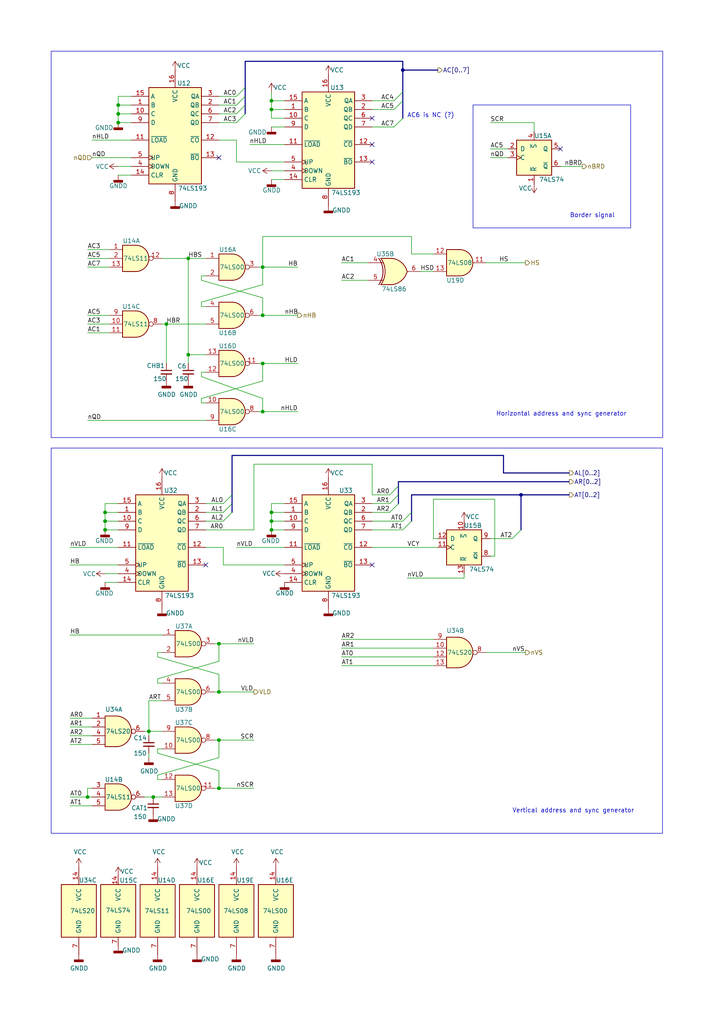
<source format=kicad_sch>
(kicad_sch (version 20230121) (generator eeschema)
  (paper "A4" portrait)
  (lib_symbols
    (symbol "74xx:74LS00" (pin_names (offset 1.016))
      (property "Reference" "U" (at 0 1.27 0))
      (property "Value" "74LS00" (at 0 -1.27 0))
      (symbol "74LS00_1_1"
        (pin input line (at -7.62 2.54 0) (length 3.81) (name "~") (number "1"))
        (pin input line (at -7.62 -2.54 0) (length 3.81) (name "~") (number "2"))
        (pin output inverted (at 7.62 0 180) (length 3.81) (name "~") (number "3"))
      )
      (symbol "74LS00_1_2"
        (pin input inverted (at -7.62 2.54 0) (length 4.318) (name "~") (number "1"))
        (pin input inverted (at -7.62 -2.54 0) (length 4.318) (name "~") (number "2"))
        (pin output line (at 7.62 0 180) (length 3.81) (name "~") (number "3"))
      )
      (symbol "74LS00_2_1"
        (pin input line (at -7.62 2.54 0) (length 3.81) (name "~") (number "4"))
        (pin input line (at -7.62 -2.54 0) (length 3.81) (name "~") (number "5"))
        (pin output inverted (at 7.62 0 180) (length 3.81) (name "~") (number "6"))
      )
      (symbol "74LS00_2_2"
        (pin input inverted (at -7.62 2.54 0) (length 4.318) (name "~") (number "4"))
        (pin input inverted (at -7.62 -2.54 0) (length 4.318) (name "~") (number "5"))
        (pin output line (at 7.62 0 180) (length 3.81) (name "~") (number "6"))
      )
      (symbol "74LS00_3_1"
        (pin input line (at -7.62 -2.54 0) (length 3.81) (name "~") (number "10"))
        (pin output inverted (at 7.62 0 180) (length 3.81) (name "~") (number "8"))
        (pin input line (at -7.62 2.54 0) (length 3.81) (name "~") (number "9"))
      )
      (symbol "74LS00_3_2"
        (pin input inverted (at -7.62 -2.54 0) (length 4.318) (name "~") (number "10"))
        (pin output line (at 7.62 0 180) (length 3.81) (name "~") (number "8"))
        (pin input inverted (at -7.62 2.54 0) (length 4.318) (name "~") (number "9"))
      )
      (symbol "74LS00_4_1"
        (pin output inverted (at 7.62 0 180) (length 3.81) (name "~") (number "11"))
        (pin input line (at -7.62 2.54 0) (length 3.81) (name "~") (number "12"))
        (pin input line (at -7.62 -2.54 0) (length 3.81) (name "~") (number "13"))
      )
      (symbol "74LS00_4_2"
        (pin output line (at 7.62 0 180) (length 3.81) (name "~") (number "11"))
        (pin input inverted (at -7.62 2.54 0) (length 4.318) (name "~") (number "12"))
        (pin input inverted (at -7.62 -2.54 0) (length 4.318) (name "~") (number "13"))
      )
      (symbol "74LS00_5_0"
        (pin power_in line (at 0 12.7 270) (length 5.08) (name "VCC") (number "14"))
        (pin power_in line (at 0 -12.7 90) (length 5.08) (name "GND") (number "7"))
      )
    )
    (symbol "74xx:74LS08" (pin_names (offset 1.016))
      (property "Reference" "U" (at 0 1.27 0))
      (property "Value" "74LS08" (at 0 -1.27 0))
      (symbol "74LS08_1_1"
        (pin input line (at -7.62 2.54 0) (length 3.81) (name "~") (number "1"))
        (pin input line (at -7.62 -2.54 0) (length 3.81) (name "~") (number "2"))
        (pin output line (at 7.62 0 180) (length 3.81) (name "~") (number "3"))
      )
      (symbol "74LS08_1_2"
        (pin input inverted (at -7.62 2.54 0) (length 4.318) (name "~") (number "1"))
        (pin input inverted (at -7.62 -2.54 0) (length 4.318) (name "~") (number "2"))
        (pin output inverted (at 7.62 0 180) (length 3.81) (name "~") (number "3"))
      )
      (symbol "74LS08_2_1"
        (pin input line (at -7.62 2.54 0) (length 3.81) (name "~") (number "4"))
        (pin input line (at -7.62 -2.54 0) (length 3.81) (name "~") (number "5"))
        (pin output line (at 7.62 0 180) (length 3.81) (name "~") (number "6"))
      )
      (symbol "74LS08_2_2"
        (pin input inverted (at -7.62 2.54 0) (length 4.318) (name "~") (number "4"))
        (pin input inverted (at -7.62 -2.54 0) (length 4.318) (name "~") (number "5"))
        (pin output inverted (at 7.62 0 180) (length 3.81) (name "~") (number "6"))
      )
      (symbol "74LS08_3_1"
        (pin input line (at -7.62 -2.54 0) (length 3.81) (name "~") (number "10"))
        (pin output line (at 7.62 0 180) (length 3.81) (name "~") (number "8"))
        (pin input line (at -7.62 2.54 0) (length 3.81) (name "~") (number "9"))
      )
      (symbol "74LS08_3_2"
        (pin input inverted (at -7.62 -2.54 0) (length 4.318) (name "~") (number "10"))
        (pin output inverted (at 7.62 0 180) (length 3.81) (name "~") (number "8"))
        (pin input inverted (at -7.62 2.54 0) (length 4.318) (name "~") (number "9"))
      )
      (symbol "74LS08_4_1"
        (pin output line (at 7.62 0 180) (length 3.81) (name "~") (number "11"))
        (pin input line (at -7.62 2.54 0) (length 3.81) (name "~") (number "12"))
        (pin input line (at -7.62 -2.54 0) (length 3.81) (name "~") (number "13"))
      )
      (symbol "74LS08_4_2"
        (pin output inverted (at 7.62 0 180) (length 3.81) (name "~") (number "11"))
        (pin input inverted (at -7.62 2.54 0) (length 4.318) (name "~") (number "12"))
        (pin input inverted (at -7.62 -2.54 0) (length 4.318) (name "~") (number "13"))
      )
      (symbol "74LS08_5_0"
        (pin power_in line (at 0 12.7 270) (length 5.08) (name "VCC") (number "14"))
        (pin power_in line (at 0 -12.7 90) (length 5.08) (name "GND") (number "7"))
      )
    )
    (symbol "74xx:74LS10" (pin_names (offset 1.016))
      (property "Reference" "U" (at 0 1.27 0))
      (property "Value" "74LS10" (at 0 -1.27 0))
      (symbol "74LS10_1_1"
        (pin input line (at -7.62 2.54 0) (length 3.81) (name "~") (number "1"))
        (pin output inverted (at 7.62 0 180) (length 3.81) (name "~") (number "12"))
        (pin input line (at -7.62 -2.54 0) (length 3.81) (name "~") (number "13"))
        (pin input line (at -7.62 0 0) (length 3.81) (name "~") (number "2"))
      )
      (symbol "74LS10_1_2"
        (pin input inverted (at -7.62 2.54 0) (length 4.318) (name "~") (number "1"))
        (pin output line (at 7.62 0 180) (length 3.81) (name "~") (number "12"))
        (pin input inverted (at -7.62 -2.54 0) (length 4.318) (name "~") (number "13"))
        (pin input inverted (at -7.62 0 0) (length 4.953) (name "~") (number "2"))
      )
      (symbol "74LS10_2_1"
        (pin input line (at -7.62 2.54 0) (length 3.81) (name "~") (number "3"))
        (pin input line (at -7.62 0 0) (length 3.81) (name "~") (number "4"))
        (pin input line (at -7.62 -2.54 0) (length 3.81) (name "~") (number "5"))
        (pin output inverted (at 7.62 0 180) (length 3.81) (name "~") (number "6"))
      )
      (symbol "74LS10_2_2"
        (pin input inverted (at -7.62 2.54 0) (length 4.318) (name "~") (number "3"))
        (pin input inverted (at -7.62 0 0) (length 4.953) (name "~") (number "4"))
        (pin input inverted (at -7.62 -2.54 0) (length 4.318) (name "~") (number "5"))
        (pin output line (at 7.62 0 180) (length 3.81) (name "~") (number "6"))
      )
      (symbol "74LS10_3_1"
        (pin input line (at -7.62 0 0) (length 3.81) (name "~") (number "10"))
        (pin input line (at -7.62 -2.54 0) (length 3.81) (name "~") (number "11"))
        (pin output inverted (at 7.62 0 180) (length 3.81) (name "~") (number "8"))
        (pin input line (at -7.62 2.54 0) (length 3.81) (name "~") (number "9"))
      )
      (symbol "74LS10_3_2"
        (pin input inverted (at -7.62 0 0) (length 4.953) (name "~") (number "10"))
        (pin input inverted (at -7.62 -2.54 0) (length 4.318) (name "~") (number "11"))
        (pin output line (at 7.62 0 180) (length 3.81) (name "~") (number "8"))
        (pin input inverted (at -7.62 2.54 0) (length 4.318) (name "~") (number "9"))
      )
      (symbol "74LS10_4_0"
        (pin power_in line (at 0 12.7 270) (length 5.08) (name "VCC") (number "14"))
        (pin power_in line (at 0 -12.7 90) (length 5.08) (name "GND") (number "7"))
      )
    )
    (symbol "74xx:74LS193"
      (property "Reference" "U" (at -7.62 13.97 0))
      (property "Value" "74LS193" (at 5.08 13.97 0))
      (symbol "74LS193_1_0"
        (pin input line (at -12.7 7.62 0) (length 5.08) (name "B") (number "1"))
        (pin input line (at -12.7 5.08 0) (length 5.08) (name "C") (number "10"))
        (pin input line (at -12.7 -2.54 0) (length 5.08) (name "~{LOAD}") (number "11"))
        (pin output line (at 12.7 -2.54 180) (length 5.08) (name "~{CO}") (number "12"))
        (pin output line (at 12.7 -7.62 180) (length 5.08) (name "~{BO}") (number "13"))
        (pin input line (at -12.7 -12.7 0) (length 5.08) (name "CLR") (number "14"))
        (pin input line (at -12.7 10.16 0) (length 5.08) (name "A") (number "15"))
        (pin power_in line (at 0 17.78 270) (length 5.08) (name "VCC") (number "16"))
        (pin output line (at 12.7 7.62 180) (length 5.08) (name "QB") (number "2"))
        (pin output line (at 12.7 10.16 180) (length 5.08) (name "QA") (number "3"))
        (pin input clock (at -12.7 -10.16 0) (length 5.08) (name "DOWN") (number "4"))
        (pin input clock (at -12.7 -7.62 0) (length 5.08) (name "UP") (number "5"))
        (pin output line (at 12.7 5.08 180) (length 5.08) (name "QC") (number "6"))
        (pin output line (at 12.7 2.54 180) (length 5.08) (name "QD") (number "7"))
        (pin power_in line (at 0 -20.32 90) (length 5.08) (name "GND") (number "8"))
        (pin input line (at -12.7 2.54 0) (length 5.08) (name "D") (number "9"))
      )
    )
    (symbol "74xx:74LS20" (pin_names (offset 1.016))
      (property "Reference" "U" (at 0 1.27 0))
      (property "Value" "74LS20" (at 0 -1.27 0))
      (symbol "74LS20_1_1"
        (pin input line (at -7.62 3.81 0) (length 3.81) (name "~") (number "1"))
        (pin input line (at -7.62 1.27 0) (length 3.81) (name "~") (number "2"))
        (pin input line (at -7.62 -1.27 0) (length 3.81) (name "~") (number "4"))
        (pin input line (at -7.62 -3.81 0) (length 3.81) (name "~") (number "5"))
        (pin output inverted (at 7.62 0 180) (length 3.81) (name "~") (number "6"))
      )
      (symbol "74LS20_1_2"
        (pin input inverted (at -7.62 3.81 0) (length 3.81) (name "~") (number "1"))
        (pin input inverted (at -7.62 1.27 0) (length 4.826) (name "~") (number "2"))
        (pin input inverted (at -7.62 -1.27 0) (length 4.826) (name "~") (number "4"))
        (pin input inverted (at -7.62 -3.81 0) (length 3.81) (name "~") (number "5"))
        (pin output line (at 7.62 0 180) (length 3.81) (name "~") (number "6"))
      )
      (symbol "74LS20_2_1"
        (pin input line (at -7.62 1.27 0) (length 3.81) (name "~") (number "10"))
        (pin input line (at -7.62 -1.27 0) (length 3.81) (name "~") (number "12"))
        (pin input line (at -7.62 -3.81 0) (length 3.81) (name "~") (number "13"))
        (pin output inverted (at 7.62 0 180) (length 3.81) (name "~") (number "8"))
        (pin input line (at -7.62 3.81 0) (length 3.81) (name "~") (number "9"))
      )
      (symbol "74LS20_2_2"
        (pin input inverted (at -7.62 1.27 0) (length 4.826) (name "~") (number "10"))
        (pin input inverted (at -7.62 -1.27 0) (length 4.826) (name "~") (number "12"))
        (pin input inverted (at -7.62 -3.81 0) (length 3.81) (name "~") (number "13"))
        (pin output line (at 7.62 0 180) (length 3.81) (name "~") (number "8"))
        (pin input inverted (at -7.62 3.81 0) (length 3.81) (name "~") (number "9"))
      )
      (symbol "74LS20_3_0"
        (pin power_in line (at 0 12.7 270) (length 5.08) (name "VCC") (number "14"))
        (pin power_in line (at 0 -12.7 90) (length 5.08) (name "GND") (number "7"))
      )
    )
    (symbol "74xx:74LS74" (pin_names (offset 1.016))
      (property "Reference" "U" (at -7.62 8.89 0))
      (property "Value" "74LS74" (at -7.62 -8.89 0))
      (symbol "74LS74_1_0"
        (pin input line (at 0 -7.62 90) (length 2.54) (name "~{R}") (number "1"))
        (pin input line (at -7.62 2.54 0) (length 2.54) (name "D") (number "2"))
        (pin input clock (at -7.62 0 0) (length 2.54) (name "C") (number "3"))
        (pin input line (at 0 7.62 270) (length 2.54) (name "~{S}") (number "4"))
        (pin output line (at 7.62 2.54 180) (length 2.54) (name "Q") (number "5"))
        (pin output line (at 7.62 -2.54 180) (length 2.54) (name "~{Q}") (number "6"))
      )
      (symbol "74LS74_2_0"
        (pin input line (at 0 7.62 270) (length 2.54) (name "~{S}") (number "10"))
        (pin input clock (at -7.62 0 0) (length 2.54) (name "C") (number "11"))
        (pin input line (at -7.62 2.54 0) (length 2.54) (name "D") (number "12"))
        (pin input line (at 0 -7.62 90) (length 2.54) (name "~{R}") (number "13"))
        (pin output line (at 7.62 -2.54 180) (length 2.54) (name "~{Q}") (number "8"))
        (pin output line (at 7.62 2.54 180) (length 2.54) (name "Q") (number "9"))
      )
      (symbol "74LS74_3_0"
        (pin power_in line (at 0 10.16 270) (length 2.54) (name "VCC") (number "14"))
        (pin power_in line (at 0 -10.16 90) (length 2.54) (name "GND") (number "7"))
      )
    )
    (symbol "74xx:74LS86" (pin_names (offset 1.016))
      (property "Reference" "U" (at 0 1.27 0))
      (property "Value" "74LS86" (at 0 -1.27 0))
      (symbol "74LS86_1_0"
        (pin input line (at -7.62 2.54 0) (length 4.445) (name "~") (number "1"))
        (pin input line (at -7.62 -2.54 0) (length 4.445) (name "~") (number "2"))
        (pin output line (at 7.62 0 180) (length 3.81) (name "~") (number "3"))
      )
      (symbol "74LS86_2_0"
        (pin input line (at -7.62 2.54 0) (length 4.445) (name "~") (number "4"))
        (pin input line (at -7.62 -2.54 0) (length 4.445) (name "~") (number "5"))
        (pin output line (at 7.62 0 180) (length 3.81) (name "~") (number "6"))
      )
      (symbol "74LS86_3_0"
        (pin input line (at -7.62 -2.54 0) (length 4.445) (name "~") (number "10"))
        (pin output line (at 7.62 0 180) (length 3.81) (name "~") (number "8"))
        (pin input line (at -7.62 2.54 0) (length 4.445) (name "~") (number "9"))
      )
      (symbol "74LS86_4_0"
        (pin output line (at 7.62 0 180) (length 3.81) (name "~") (number "11"))
        (pin input line (at -7.62 2.54 0) (length 4.445) (name "~") (number "12"))
        (pin input line (at -7.62 -2.54 0) (length 4.445) (name "~") (number "13"))
      )
      (symbol "74LS86_5_0"
        (pin power_in line (at 0 12.7 270) (length 5.08) (name "VCC") (number "14"))
        (pin power_in line (at 0 -12.7 90) (length 5.08) (name "GND") (number "7"))
      )
    )
    (symbol "Device:C_Small" (pin_numbers hide) (pin_names (offset 0.254) hide)
      (property "Reference" "C" (at 0.254 1.778 0))
      (property "Value" "C_Small" (at 0.254 -2.032 0))
      (symbol "C_Small_1_1"
        (pin passive line (at 0 2.54 270) (length 2.032) (name "~") (number "1"))
        (pin passive line (at 0 -2.54 90) (length 2.032) (name "~") (number "2"))
      )
    )
    (symbol "power:GNDD" (power) (pin_names (offset 0))
      (property "Value" "GNDD" (at 0 -3.175 0))
      (symbol "GNDD_1_1"
        (pin power_in line (at 0 0 270) (length 0) hide (name "GNDD") (number "1"))
      )
    )
    (symbol "power:VCC" (power) (pin_names (offset 0))
      (property "Value" "VCC" (at 0 3.81 0))
      (symbol "VCC_1_1"
        (pin power_in line (at 0 0 90) (length 0) hide (name "VCC") (number "1"))
      )
    )
  )
  (junction (at 76.2 105.41))
  (junction (at 54.61 74.93))
  (junction (at 63.5 200.66))
  (junction (at 76.2 119.38))
  (junction (at 30.48 153.67))
  (junction (at 78.74 31.75))
  (junction (at 48.26 93.98))
  (junction (at 63.5 186.69))
  (junction (at 34.29 35.56))
  (junction (at 63.5 214.63))
  (junction (at 34.29 30.48))
  (junction (at 78.74 151.13))
  (junction (at 44.45 231.14))
  (junction (at 78.74 153.67))
  (junction (at 30.48 151.13))
  (junction (at 78.74 29.21))
  (junction (at 54.61 102.87))
  (junction (at 34.29 33.02))
  (junction (at 63.5 228.6))
  (junction (at 76.2 77.47))
  (junction (at 151.13 143.51))
  (junction (at 25.4 231.14))
  (junction (at 116.84 20.32))
  (junction (at 78.74 148.59))
  (junction (at 76.2 91.44))
  (junction (at 30.48 148.59))
  (junction (at 43.18 212.09))
  (no_connect (at 63.5 45.72))
  (no_connect (at 107.95 46.99))
  (no_connect (at 59.69 163.83))
  (no_connect (at 162.56 43.18))
  (no_connect (at 107.95 163.83))
  (no_connect (at 107.95 34.29))
  (no_connect (at 107.95 41.91))
  (bus_entry (at 64.77 148.59) (size 2.54 -2.54))
  (bus_entry (at 68.58 33.02) (size 2.54 -2.54))
  (bus_entry (at 113.03 148.59) (size 2.54 -2.54))
  (bus_entry (at 64.77 146.05) (size 2.54 -2.54))
  (bus_entry (at 68.58 27.94) (size 2.54 -2.54))
  (bus_entry (at 113.03 146.05) (size 2.54 -2.54))
  (bus_entry (at 116.84 153.67) (size 2.54 -2.54))
  (bus_entry (at 114.3 36.83) (size 2.54 -2.54))
  (bus_entry (at 116.84 151.13) (size 2.54 -2.54))
  (bus_entry (at 148.59 156.21) (size 2.54 -2.54))
  (bus_entry (at 114.3 31.75) (size 2.54 -2.54))
  (bus_entry (at 68.58 35.56) (size 2.54 -2.54))
  (bus_entry (at 114.3 29.21) (size 2.54 -2.54))
  (bus_entry (at 68.58 30.48) (size 2.54 -2.54))
  (bus_entry (at 64.77 151.13) (size 2.54 -2.54))
  (bus_entry (at 113.03 143.51) (size 2.54 -2.54))
  (bus (pts (xy 115.57 140.97) (xy 115.57 139.7)))
  (bus (pts (xy 71.12 17.78) (xy 71.12 25.4)))
  (bus (pts (xy 119.38 143.51) (xy 119.38 148.59)))
  (bus (pts (xy 67.31 143.51) (xy 67.31 132.08)))
  (wire (pts (xy 59.69 153.67) (xy 73.66 153.67)))
  (bus (pts (xy 116.84 17.78) (xy 116.84 20.32)))
  (wire (pts (xy 142.24 43.18) (xy 147.32 43.18)))
  (wire (pts (xy 45.72 218.44) (xy 63.5 223.52)))
  (wire (pts (xy 121.92 78.74) (xy 125.73 78.74)))
  (wire (pts (xy 34.29 33.02) (xy 34.29 35.56)))
  (wire (pts (xy 34.29 30.48) (xy 34.29 33.02)))
  (bus (pts (xy 119.38 143.51) (xy 151.13 143.51)))
  (wire (pts (xy 34.29 146.05) (xy 30.48 146.05)))
  (wire (pts (xy 43.18 203.2) (xy 43.18 212.09)))
  (wire (pts (xy 143.51 144.78) (xy 143.51 161.29)))
  (wire (pts (xy 26.67 208.28) (xy 20.32 208.28)))
  (wire (pts (xy 46.99 198.12) (xy 45.72 198.12)))
  (wire (pts (xy 63.5 186.69) (xy 73.66 186.69)))
  (wire (pts (xy 38.1 30.48) (xy 34.29 30.48)))
  (wire (pts (xy 34.29 151.13) (xy 30.48 151.13)))
  (wire (pts (xy 43.18 213.36) (xy 43.18 212.09)))
  (wire (pts (xy 63.5 228.6) (xy 63.5 223.52)))
  (wire (pts (xy 34.29 48.26) (xy 38.1 48.26)))
  (wire (pts (xy 30.48 148.59) (xy 30.48 151.13)))
  (wire (pts (xy 30.48 153.67) (xy 34.29 153.67)))
  (wire (pts (xy 45.72 198.12) (xy 45.72 196.85)))
  (bus (pts (xy 151.13 143.51) (xy 151.13 153.67)))
  (wire (pts (xy 63.5 186.69) (xy 63.5 191.77)))
  (wire (pts (xy 76.2 105.41) (xy 86.36 105.41)))
  (wire (pts (xy 107.95 153.67) (xy 116.84 153.67)))
  (wire (pts (xy 59.69 148.59) (xy 64.77 148.59)))
  (wire (pts (xy 26.67 213.36) (xy 20.32 213.36)))
  (wire (pts (xy 127 156.21) (xy 125.73 156.21)))
  (wire (pts (xy 76.2 105.41) (xy 74.93 105.41)))
  (wire (pts (xy 127 158.75) (xy 107.95 158.75)))
  (wire (pts (xy 142.24 45.72) (xy 147.32 45.72)))
  (wire (pts (xy 26.67 231.14) (xy 25.4 231.14)))
  (wire (pts (xy 63.5 195.58) (xy 45.72 190.5)))
  (wire (pts (xy 76.2 115.57) (xy 76.2 119.38)))
  (wire (pts (xy 26.67 210.82) (xy 20.32 210.82)))
  (wire (pts (xy 20.32 163.83) (xy 34.29 163.83)))
  (wire (pts (xy 154.94 38.1) (xy 154.94 35.56)))
  (wire (pts (xy 25.4 77.47) (xy 31.75 77.47)))
  (wire (pts (xy 31.75 91.44) (xy 25.4 91.44)))
  (wire (pts (xy 46.99 93.98) (xy 48.26 93.98)))
  (wire (pts (xy 82.55 46.99) (xy 68.58 46.99)))
  (wire (pts (xy 62.23 214.63) (xy 63.5 214.63)))
  (bus (pts (xy 115.57 139.7) (xy 165.1 139.7)))
  (bus (pts (xy 67.31 143.51) (xy 67.31 146.05)))
  (wire (pts (xy 106.68 81.28) (xy 99.06 81.28)))
  (wire (pts (xy 59.69 151.13) (xy 64.77 151.13)))
  (wire (pts (xy 38.1 33.02) (xy 34.29 33.02)))
  (wire (pts (xy 73.66 153.67) (xy 73.66 134.62)))
  (wire (pts (xy 119.38 68.58) (xy 76.2 68.58)))
  (wire (pts (xy 38.1 27.94) (xy 34.29 27.94)))
  (wire (pts (xy 26.67 215.9) (xy 20.32 215.9)))
  (wire (pts (xy 76.2 77.47) (xy 86.36 77.47)))
  (wire (pts (xy 63.5 228.6) (xy 73.66 228.6)))
  (wire (pts (xy 34.29 166.37) (xy 30.48 166.37)))
  (wire (pts (xy 78.74 36.83) (xy 82.55 36.83)))
  (wire (pts (xy 58.42 80.01) (xy 58.42 81.28)))
  (wire (pts (xy 54.61 105.41) (xy 54.61 102.87)))
  (wire (pts (xy 107.95 146.05) (xy 113.03 146.05)))
  (wire (pts (xy 26.67 40.64) (xy 38.1 40.64)))
  (wire (pts (xy 107.95 151.13) (xy 116.84 151.13)))
  (wire (pts (xy 107.95 134.62) (xy 107.95 143.51)))
  (wire (pts (xy 26.67 228.6) (xy 25.4 228.6)))
  (wire (pts (xy 76.2 105.41) (xy 76.2 110.49)))
  (wire (pts (xy 58.42 87.63) (xy 76.2 82.55)))
  (wire (pts (xy 78.74 153.67) (xy 82.55 153.67)))
  (wire (pts (xy 31.75 96.52) (xy 25.4 96.52)))
  (wire (pts (xy 99.06 185.42) (xy 125.73 185.42)))
  (wire (pts (xy 154.94 35.56) (xy 142.24 35.56)))
  (wire (pts (xy 34.29 27.94) (xy 34.29 30.48)))
  (wire (pts (xy 107.95 148.59) (xy 113.03 148.59)))
  (wire (pts (xy 58.42 116.84) (xy 58.42 115.57)))
  (wire (pts (xy 68.58 40.64) (xy 63.5 40.64)))
  (bus (pts (xy 115.57 140.97) (xy 115.57 143.51)))
  (wire (pts (xy 73.66 134.62) (xy 107.95 134.62)))
  (wire (pts (xy 63.5 27.94) (xy 68.58 27.94)))
  (wire (pts (xy 76.2 86.36) (xy 58.42 81.28)))
  (wire (pts (xy 125.73 73.66) (xy 119.38 73.66)))
  (bus (pts (xy 71.12 27.94) (xy 71.12 30.48)))
  (wire (pts (xy 59.69 80.01) (xy 58.42 80.01)))
  (bus (pts (xy 71.12 25.4) (xy 71.12 27.94)))
  (wire (pts (xy 45.72 217.17) (xy 45.72 218.44)))
  (wire (pts (xy 63.5 200.66) (xy 63.5 195.58)))
  (wire (pts (xy 59.69 88.9) (xy 58.42 88.9)))
  (wire (pts (xy 46.99 226.06) (xy 45.72 226.06)))
  (wire (pts (xy 43.18 212.09) (xy 41.91 212.09)))
  (wire (pts (xy 78.74 146.05) (xy 78.74 148.59)))
  (bus (pts (xy 71.12 30.48) (xy 71.12 33.02)))
  (wire (pts (xy 54.61 102.87) (xy 59.69 102.87)))
  (wire (pts (xy 78.74 29.21) (xy 78.74 31.75)))
  (bus (pts (xy 116.84 20.32) (xy 116.84 26.67)))
  (wire (pts (xy 26.67 45.72) (xy 38.1 45.72)))
  (wire (pts (xy 82.55 158.75) (xy 68.58 158.75)))
  (wire (pts (xy 31.75 93.98) (xy 25.4 93.98)))
  (bus (pts (xy 71.12 17.78) (xy 116.84 17.78)))
  (wire (pts (xy 62.23 200.66) (xy 63.5 200.66)))
  (wire (pts (xy 125.73 144.78) (xy 143.51 144.78)))
  (wire (pts (xy 76.2 91.44) (xy 86.36 91.44)))
  (wire (pts (xy 25.4 74.93) (xy 31.75 74.93)))
  (bus (pts (xy 146.05 137.16) (xy 165.1 137.16)))
  (wire (pts (xy 140.97 76.2) (xy 152.4 76.2)))
  (wire (pts (xy 107.95 36.83) (xy 114.3 36.83)))
  (wire (pts (xy 25.4 72.39) (xy 31.75 72.39)))
  (wire (pts (xy 143.51 161.29) (xy 142.24 161.29)))
  (wire (pts (xy 82.55 148.59) (xy 78.74 148.59)))
  (bus (pts (xy 67.31 146.05) (xy 67.31 148.59)))
  (wire (pts (xy 78.74 148.59) (xy 78.74 151.13)))
  (wire (pts (xy 82.55 49.53) (xy 78.74 49.53)))
  (wire (pts (xy 74.93 91.44) (xy 76.2 91.44)))
  (wire (pts (xy 63.5 33.02) (xy 68.58 33.02)))
  (wire (pts (xy 68.58 40.64) (xy 68.58 46.99)))
  (wire (pts (xy 43.18 212.09) (xy 46.99 212.09)))
  (wire (pts (xy 99.06 187.96) (xy 125.73 187.96)))
  (wire (pts (xy 107.95 31.75) (xy 114.3 31.75)))
  (wire (pts (xy 78.74 31.75) (xy 78.74 34.29)))
  (wire (pts (xy 119.38 73.66) (xy 119.38 68.58)))
  (wire (pts (xy 76.2 119.38) (xy 86.36 119.38)))
  (wire (pts (xy 25.4 228.6) (xy 25.4 231.14)))
  (bus (pts (xy 116.84 26.67) (xy 116.84 29.21)))
  (wire (pts (xy 162.56 48.26) (xy 168.91 48.26)))
  (bus (pts (xy 119.38 148.59) (xy 119.38 151.13)))
  (bus (pts (xy 115.57 143.51) (xy 115.57 146.05)))
  (bus (pts (xy 116.84 20.32) (xy 127 20.32)))
  (wire (pts (xy 62.23 228.6) (xy 63.5 228.6)))
  (wire (pts (xy 140.97 189.23) (xy 152.4 189.23)))
  (wire (pts (xy 76.2 91.44) (xy 76.2 86.36)))
  (wire (pts (xy 45.72 226.06) (xy 45.72 224.79)))
  (wire (pts (xy 30.48 168.91) (xy 34.29 168.91)))
  (wire (pts (xy 48.26 93.98) (xy 48.26 105.41)))
  (wire (pts (xy 63.5 214.63) (xy 63.5 219.71)))
  (wire (pts (xy 63.5 30.48) (xy 68.58 30.48)))
  (wire (pts (xy 43.18 218.44) (xy 43.18 219.71)))
  (wire (pts (xy 46.99 189.23) (xy 45.72 189.23)))
  (wire (pts (xy 106.68 76.2) (xy 99.06 76.2)))
  (wire (pts (xy 72.39 41.91) (xy 82.55 41.91)))
  (wire (pts (xy 63.5 35.56) (xy 68.58 35.56)))
  (wire (pts (xy 134.62 166.37) (xy 134.62 167.64)))
  (wire (pts (xy 46.99 203.2) (xy 43.18 203.2)))
  (wire (pts (xy 45.72 189.23) (xy 45.72 190.5)))
  (wire (pts (xy 76.2 77.47) (xy 76.2 68.58)))
  (wire (pts (xy 82.55 34.29) (xy 78.74 34.29)))
  (wire (pts (xy 76.2 110.49) (xy 58.42 115.57)))
  (wire (pts (xy 54.61 74.93) (xy 59.69 74.93)))
  (wire (pts (xy 82.55 29.21) (xy 78.74 29.21)))
  (wire (pts (xy 58.42 109.22) (xy 76.2 115.57)))
  (wire (pts (xy 34.29 148.59) (xy 30.48 148.59)))
  (wire (pts (xy 34.29 50.8) (xy 38.1 50.8)))
  (wire (pts (xy 62.23 186.69) (xy 63.5 186.69)))
  (wire (pts (xy 64.77 158.75) (xy 64.77 163.83)))
  (wire (pts (xy 78.74 52.07) (xy 82.55 52.07)))
  (wire (pts (xy 30.48 151.13) (xy 30.48 153.67)))
  (bus (pts (xy 116.84 29.21) (xy 116.84 34.29)))
  (wire (pts (xy 78.74 26.67) (xy 78.74 29.21)))
  (wire (pts (xy 46.99 184.15) (xy 20.32 184.15)))
  (wire (pts (xy 107.95 143.51) (xy 113.03 143.51)))
  (wire (pts (xy 46.99 74.93) (xy 54.61 74.93)))
  (wire (pts (xy 26.67 233.68) (xy 20.32 233.68)))
  (wire (pts (xy 59.69 116.84) (xy 58.42 116.84)))
  (wire (pts (xy 59.69 121.92) (xy 25.4 121.92)))
  (wire (pts (xy 82.55 31.75) (xy 78.74 31.75)))
  (wire (pts (xy 30.48 146.05) (xy 30.48 148.59)))
  (wire (pts (xy 58.42 88.9) (xy 58.42 87.63)))
  (wire (pts (xy 59.69 146.05) (xy 64.77 146.05)))
  (wire (pts (xy 142.24 156.21) (xy 148.59 156.21)))
  (wire (pts (xy 78.74 151.13) (xy 78.74 153.67)))
  (wire (pts (xy 107.95 29.21) (xy 114.3 29.21)))
  (wire (pts (xy 59.69 107.95) (xy 58.42 107.95)))
  (wire (pts (xy 45.72 224.79) (xy 63.5 219.71)))
  (wire (pts (xy 45.72 217.17) (xy 46.99 217.17)))
  (wire (pts (xy 82.55 151.13) (xy 78.74 151.13)))
  (wire (pts (xy 82.55 146.05) (xy 78.74 146.05)))
  (wire (pts (xy 125.73 144.78) (xy 125.73 156.21)))
  (wire (pts (xy 99.06 190.5) (xy 125.73 190.5)))
  (bus (pts (xy 151.13 143.51) (xy 165.1 143.51)))
  (wire (pts (xy 59.69 158.75) (xy 64.77 158.75)))
  (wire (pts (xy 45.72 196.85) (xy 63.5 191.77)))
  (wire (pts (xy 76.2 82.55) (xy 76.2 77.47)))
  (wire (pts (xy 25.4 231.14) (xy 20.32 231.14)))
  (wire (pts (xy 34.29 35.56) (xy 38.1 35.56)))
  (wire (pts (xy 34.29 158.75) (xy 20.32 158.75)))
  (bus (pts (xy 67.31 132.08) (xy 146.05 132.08)))
  (wire (pts (xy 54.61 102.87) (xy 54.61 74.93)))
  (wire (pts (xy 58.42 107.95) (xy 58.42 109.22)))
  (bus (pts (xy 146.05 132.08) (xy 146.05 137.16)))
  (wire (pts (xy 99.06 193.04) (xy 125.73 193.04)))
  (wire (pts (xy 74.93 119.38) (xy 76.2 119.38)))
  (wire (pts (xy 63.5 200.66) (xy 73.66 200.66)))
  (wire (pts (xy 63.5 214.63) (xy 73.66 214.63)))
  (wire (pts (xy 44.45 231.14) (xy 46.99 231.14)))
  (wire (pts (xy 48.26 93.98) (xy 59.69 93.98)))
  (wire (pts (xy 41.91 231.14) (xy 44.45 231.14)))
  (wire (pts (xy 134.62 167.64) (xy 118.11 167.64)))
  (wire (pts (xy 74.93 77.47) (xy 76.2 77.47)))
  (wire (pts (xy 64.77 163.83) (xy 82.55 163.83)))
  (rectangle (start 137.2108 30.4292) (end 182.9308 66.0908))
  (rectangle (start 14.8336 14.8336) (end 192.2272 126.8984))
  (rectangle (start 14.8336 129.9464) (end 192.1764 241.6556))
  (text "Vertical address and sync generator" (at 148.59 235.9152 0) (effects (font (size 1.27 1.27)) (justify left bottom)))
  (text "Horizontal address and sync generator" (at 143.8656 120.8532 0) (effects (font (size 1.27 1.27)) (justify left bottom)))
  (text "AC6 is NC (?)" (at 118.11 34.29 0) (effects (font (size 1.27 1.27)) (justify left bottom)))
  (text "Border signal" (at 165.2524 63.2968 0) (effects (font (size 1.27 1.27)) (justify left bottom)))
  (label "AT0" (at 99.06 190.5 0))
  (label "AR1" (at 113.03 146.05 180))
  (label "nSCR" (at 73.66 228.6 180))
  (label "nVLD" (at 20.32 158.75 0))
  (label "AC2" (at 68.58 33.02 180))
  (label "AC3" (at 25.4 93.98 0))
  (label "nQD" (at 26.67 45.72 0))
  (label "SCR" (at 73.66 214.63 180))
  (label "AC2" (at 99.06 81.28 0))
  (label "AR0" (at 64.77 153.67 180))
  (label "AC1" (at 99.06 76.2 0))
  (label "AT0" (at 20.32 231.14 0))
  (label "HB" (at 20.32 184.15 0))
  (label "AL1" (at 64.77 148.59 180))
  (label "AT2" (at 148.59 156.21 180))
  (label "AL0" (at 64.77 146.05 180))
  (label "nHB" (at 82.55 91.44 0))
  (label "VCY" (at 118.11 158.75 0))
  (label "SCR" (at 142.24 35.56 0))
  (label "AR1" (at 99.06 187.96 0))
  (label "HS" (at 144.78 76.2 0))
  (label "AT1" (at 20.32 233.68 0))
  (label "AR0" (at 113.03 143.51 180))
  (label "AR2" (at 20.32 213.36 0))
  (label "AC7" (at 114.3 36.83 180))
  (label "AT1" (at 116.84 153.67 180))
  (label "nVLD" (at 68.58 158.75 0))
  (label "AT0" (at 116.84 151.13 180))
  (label "nHLD" (at 86.36 119.38 180))
  (label "AR2" (at 113.03 148.59 180))
  (label "nHLD" (at 26.67 40.64 0))
  (label "HB" (at 86.36 77.47 180))
  (label "HB" (at 20.32 163.83 0))
  (label "AR0" (at 20.32 208.28 0))
  (label "nVLD" (at 118.11 167.64 0))
  (label "nQD" (at 142.24 45.72 0))
  (label "AC7" (at 25.4 77.47 0))
  (label "nVLD" (at 73.66 186.69 180))
  (label "HSD" (at 121.92 78.74 0))
  (label "nBRD" (at 168.91 48.26 180))
  (label "AT2" (at 20.32 215.9 0))
  (label "AC3" (at 25.4 72.39 0))
  (label "AC5" (at 25.4 74.93 0))
  (label "AC5" (at 25.4 91.44 0))
  (label "nQD" (at 25.4 121.92 0))
  (label "AC0" (at 68.58 27.94 180))
  (label "AC5" (at 142.24 43.18 0))
  (label "AC1" (at 68.58 30.48 180))
  (label "AT1" (at 99.06 193.04 0))
  (label "AR1" (at 20.32 210.82 0))
  (label "AC4" (at 114.3 29.21 180))
  (label "VLD" (at 69.85 200.66 0))
  (label "AC1" (at 25.4 96.52 0))
  (label "HBR" (at 48.26 93.98 0))
  (label "HBS" (at 54.61 74.93 0))
  (label "nHLD" (at 72.39 41.91 0))
  (label "AC3" (at 68.58 35.56 180))
  (label "AR2" (at 99.06 185.42 0))
  (label "nVS" (at 148.59 189.23 0))
  (label "HLD" (at 86.36 105.41 180))
  (label "ART" (at 43.18 203.2 0))
  (label "AC5" (at 114.3 31.75 180))
  (label "AL2" (at 64.77 151.13 180))
  (hierarchical_label "AT[0..2]" (shape output) (at 165.1 143.51 0))
  (hierarchical_label "nBRD" (shape output) (at 168.91 48.26 0))
  (hierarchical_label "HS" (shape output) (at 152.4 76.2 0))
  (hierarchical_label "nQD" (shape input) (at 26.67 45.72 180))
  (hierarchical_label "nVS" (shape output) (at 152.4 189.23 0))
  (hierarchical_label "AL[0..2]" (shape output) (at 165.1 137.16 0))
  (hierarchical_label "AC[0..7]" (shape output) (at 127 20.32 0))
  (hierarchical_label "VLD" (shape output) (at 73.66 200.66 0))
  (hierarchical_label "nHB" (shape output) (at 86.36 91.44 0))
  (hierarchical_label "AR[0..2]" (shape output) (at 165.1 139.7 0))
  (symbol (lib_id "power:VCC") (at 78.74 26.67 0) (unit 1)
    (property "Reference" "#PWR0410" (effects hide))
    (property "Value" "VCC" (at 81.28 25.4 0))
  )
  (symbol (lib_id "power:GNDD") (at 82.55 168.91 0) (unit 1)
    (property "Reference" "#PWR0413" (effects hide))
    (property "Value" "GNDD" (at 82.6008 172.0088 0))
  )
  (symbol (lib_id "74xx:74LS193") (at 50.8 38.1 0) (unit 1)
    (property "Reference" "U12" (at 53.34 24.13 0))
    (property "Value" "74LS193" (at 55.88 54.61 0))
    (property "Footprint" "Cobra_original:DIP-16_W7.62mm" (effects hide))
    (property "Datasheet" "http://www.ti.com/lit/ds/symlink/sn74ls193.pdf" (effects hide))
  )
  (symbol (lib_id "74xx:74LS193") (at 95.25 39.37 0) (unit 1)
    (property "Reference" "U13" (at 97.79 25.4 0))
    (property "Value" "74LS193" (at 100.33 55.88 0))
    (property "Footprint" "Cobra_original:DIP-16_W7.62mm" (effects hide))
    (property "Datasheet" "http://www.ti.com/lit/ds/symlink/sn74ls193.pdf" (effects hide))
  )
  (symbol (lib_id "74xx:74LS193") (at 46.99 156.21 0) (unit 1)
    (property "Reference" "U32" (at 49.53 142.24 0))
    (property "Value" "74LS193" (at 52.07 172.72 0))
    (property "Footprint" "Cobra_original:DIP-16_W7.62mm" (effects hide))
    (property "Datasheet" "http://www.ti.com/lit/ds/symlink/sn74ls193.pdf" (effects hide))
  )
  (symbol (lib_id "74xx:74LS193") (at 95.25 156.21 0) (unit 1)
    (property "Reference" "U33" (at 100.33 142.24 0))
    (property "Value" "74LS193" (at 100.33 172.72 0))
    (property "Footprint" "Cobra_original:DIP-16_W7.62mm" (effects hide))
    (property "Datasheet" "http://www.ti.com/lit/ds/symlink/sn74ls193.pdf" (effects hide))
  )
  (symbol (lib_id "power:VCC") (at 50.8 20.32 0) (unit 1)
    (property "Reference" "#PWR0287" (effects hide))
    (property "Value" "VCC" (at 53.34 19.05 0))
  )
  (symbol (lib_id "power:VCC") (at 95.25 21.59 0) (unit 1)
    (property "Reference" "#PWR0288" (effects hide))
    (property "Value" "VCC" (at 97.79 20.32 0))
  )
  (symbol (lib_id "power:VCC") (at 46.99 138.43 0) (unit 1)
    (property "Reference" "#PWR0289" (effects hide))
    (property "Value" "VCC" (at 49.53 137.16 0))
  )
  (symbol (lib_id "power:VCC") (at 95.25 138.43 0) (unit 1)
    (property "Reference" "#PWR0290" (effects hide))
    (property "Value" "VCC" (at 97.79 137.16 0))
  )
  (symbol (lib_id "power:GNDD") (at 50.8 58.42 0) (unit 1)
    (property "Reference" "#PWR0291" (effects hide))
    (property "Value" "GNDD" (at 54.61 59.69 0))
  )
  (symbol (lib_id "power:GNDD") (at 95.25 59.69 0) (unit 1)
    (property "Reference" "#PWR0292" (effects hide))
    (property "Value" "GNDD" (at 99.06 60.96 0))
  )
  (symbol (lib_id "power:GNDD") (at 46.99 176.53 0) (unit 1)
    (property "Reference" "#PWR0293" (effects hide))
    (property "Value" "GNDD" (at 50.8 177.8 0))
  )
  (symbol (lib_id "power:GNDD") (at 95.25 176.53 0) (unit 1)
    (property "Reference" "#PWR0294" (effects hide))
    (property "Value" "GNDD" (at 99.06 177.8 0))
  )
  (symbol (lib_id "74xx:74LS74") (at 154.94 45.72 0) (unit 1)
    (property "Reference" "U15" (at 157.48 39.37 0))
    (property "Value" "74LS74" (at 160.02 52.07 0))
    (property "Footprint" "Cobra_original:DIP-14_W7.62mm" (effects hide))
    (property "Datasheet" "74xx/74hc_hct74.pdf" (effects hide))
  )
  (symbol (lib_id "74xx:74LS74") (at 134.62 158.75 0) (unit 2)
    (property "Reference" "U15" (at 137.16 152.4 0))
    (property "Value" "74LS74" (at 139.7 165.1 0))
    (property "Footprint" "Cobra_original:DIP-14_W7.62mm" (effects hide))
    (property "Datasheet" "74xx/74hc_hct74.pdf" (effects hide))
  )
  (symbol (lib_id "74xx:74LS74") (at 34.29 264.16 0) (unit 3)
    (property "Reference" "U15" (at 34.671 255.3208 0) (effects (justify left)))
    (property "Value" "74LS74" (at 30.607 264.0076 0) (effects (justify left)))
    (property "Footprint" "Cobra_original:DIP-14_W7.62mm" (effects hide))
    (property "Datasheet" "74xx/74hc_hct74.pdf" (effects hide))
  )
  (symbol (lib_id "power:VCC") (at 154.94 53.34 180) (unit 1)
    (property "Reference" "#PWR0295" (effects hide))
    (property "Value" "VCC" (at 152.4 54.61 0))
  )
  (symbol (lib_id "power:VCC") (at 134.62 151.13 0) (unit 1)
    (property "Reference" "#PWR0296" (effects hide))
    (property "Value" "VCC" (at 137.16 149.86 0))
  )
  (symbol (lib_id "power:GNDD") (at 34.29 274.32 0) (unit 1)
    (property "Reference" "#PWR0297" (effects hide))
    (property "Value" "GNDD" (at 38.1 275.59 0))
  )
  (symbol (lib_id "power:VCC") (at 34.29 254 0) (unit 1)
    (property "Reference" "#PWR0298" (effects hide))
    (property "Value" "VCC" (at 36.83 252.73 0))
  )
  (symbol (lib_id "Device:C_Small") (at 54.61 107.95 0) (unit 1)
    (property "Reference" "C6" (at 51.4096 106.172 0) (effects (justify left)))
    (property "Value" "150" (at 50.8 109.855 0) (effects (justify left)))
    (property "Footprint" "Cobra_original:C_THT_762_254" (effects hide))
  )
  (symbol (lib_id "74xx:74LS86") (at 114.3 78.74 0) (unit 2)
    (property "Reference" "U35" (at 111.76 73.66 0))
    (property "Value" "74LS86" (at 114.3 83.82 0))
    (property "Footprint" "Cobra_original:DIP-14_W7.62mm" (effects hide))
    (property "Datasheet" "74xx/74ls86.pdf" (effects hide))
  )
  (symbol (lib_id "Device:C_Small") (at 44.45 233.68 0) (unit 1)
    (property "Reference" "CAT1" (at 38.1 234.315 0) (effects (justify left)))
    (property "Value" "150" (at 38.735 236.855 0) (effects (justify left)))
    (property "Footprint" "Cobra_original:C_THT_508_254" (effects hide))
  )
  (symbol (lib_id "power:VCC") (at 78.74 49.53 90) (unit 1)
    (property "Reference" "#PWR074" (effects hide))
    (property "Value" "VCC" (at 73.8632 49.53 90))
  )
  (symbol (lib_id "power:VCC") (at 22.86 251.46 0) (unit 1)
    (property "Reference" "#PWR0183" (effects hide))
    (property "Value" "VCC" (at 23.241 247.0658 0))
    (instances (project "main" (path "" (reference "#PWR0183") (unit 1)) (path "" (reference "#PWR049") (unit 1))))
  )
  (symbol (lib_id "power:GNDD") (at 78.74 153.67 0) (unit 1)
    (property "Reference" "#PWR068" (effects hide))
    (property "Value" "GNDD" (at 78.5368 156.8196 0))
  )
  (symbol (lib_id "74xx:74LS00") (at 54.61 200.66 0) (unit 2)
    (property "Reference" "U37" (at 53.34 205.74 0))
    (property "Value" "74LS00" (at 54.61 200.66 0))
    (property "Footprint" "Cobra_original:DIP-14_W7.62mm" (effects hide))
    (property "Datasheet" "http://www.ti.com/lit/gpn/sn74ls00" (effects hide))
  )
  (symbol (lib_id "power:GNDD") (at 34.29 50.8 0) (unit 1)
    (property "Reference" "#PWR071" (effects hide))
    (property "Value" "GNDD" (at 34.3408 53.8988 0))
  )
  (symbol (lib_id "74xx:74LS00") (at 54.61 214.63 0) (unit 3)
    (property "Reference" "U37" (at 53.34 209.55 0))
    (property "Value" "74LS00" (at 54.61 214.63 0))
    (property "Footprint" "Cobra_original:DIP-14_W7.62mm" (effects hide))
    (property "Datasheet" "http://www.ti.com/lit/gpn/sn74ls00" (effects hide))
  )
  (symbol (lib_id "Device:C_Small") (at 43.18 215.9 0) (unit 1)
    (property "Reference" "C14" (at 38.735 213.995 0) (effects (justify left)))
    (property "Value" "150" (at 38.735 218.44 0) (effects (justify left)))
    (property "Footprint" "Cobra_original:C_THT_762_254" (effects hide))
  )
  (symbol (lib_id "power:GNDD") (at 22.86 276.86 0) (unit 1)
    (property "Reference" "#PWR0132" (effects hide))
    (property "Value" "GNDD" (at 22.9616 280.797 0))
    (instances (project "main" (path "" (reference "#PWR0132") (unit 1)) (path "" (reference "#PWR050") (unit 1))))
  )
  (symbol (lib_id "74xx:74LS00") (at 80.01 264.16 0) (unit 5)
    (property "Reference" "U16" (at 80.01 255.27 0) (effects (justify left)))
    (property "Value" "74LS00" (at 76.2 264.16 0) (effects (justify left)))
    (property "Footprint" "Cobra_original:DIP-14_W7.62mm" (effects hide))
    (property "Datasheet" "http://www.ti.com/lit/gpn/sn74ls00" (effects hide))
    (instances (project "main" (path "" (reference "U16") (unit 5)) (path "" (reference "U37") (unit 5))))
  )
  (symbol (lib_id "74xx:74LS00") (at 67.31 91.44 0) (unit 2)
    (property "Reference" "U16" (at 66.04 96.52 0))
    (property "Value" "74LS00" (at 67.31 91.44 0))
    (property "Footprint" "Cobra_original:DIP-14_W7.62mm" (effects hide))
    (property "Datasheet" "http://www.ti.com/lit/gpn/sn74ls00" (effects hide))
  )
  (symbol (lib_id "74xx:74LS20") (at 22.86 264.16 0) (unit 3)
    (property "Reference" "U34" (at 22.86 255.27 0) (effects (justify left)))
    (property "Value" "74LS20" (at 20.32 264.16 0) (effects (justify left)))
    (property "Footprint" "Cobra_original:DIP-14_W7.62mm" (effects hide))
    (property "Datasheet" "http://www.ti.com/lit/gpn/sn74LS20" (effects hide))
  )
  (symbol (lib_id "74xx:74LS00") (at 54.61 186.69 0) (unit 1)
    (property "Reference" "U37" (at 53.34 181.61 0))
    (property "Value" "74LS00" (at 54.61 186.69 0))
    (property "Footprint" "Cobra_original:DIP-14_W7.62mm" (effects hide))
    (property "Datasheet" "http://www.ti.com/lit/gpn/sn74ls00" (effects hide))
  )
  (symbol (lib_id "power:VCC") (at 45.72 251.46 0) (unit 1)
    (property "Reference" "#PWR0231" (effects hide))
    (property "Value" "VCC" (at 46.101 247.0658 0))
    (instances (project "main" (path "" (reference "#PWR0231") (unit 1)) (path "" (reference "#PWR047") (unit 1))))
  )
  (symbol (lib_id "power:VCC") (at 30.48 166.37 90) (unit 1)
    (property "Reference" "#PWR070" (effects hide))
    (property "Value" "VCC" (at 25.9588 166.4208 90))
  )
  (symbol (lib_id "power:GNDD") (at 54.61 110.49 0) (unit 1)
    (property "Reference" "#PWR0138" (effects hide))
    (property "Value" "GNDD" (at 54.7116 114.427 0))
    (instances (project "main" (path "" (reference "#PWR0138") (unit 1)) (path "" (reference "#PWR044") (unit 1))))
  )
  (symbol (lib_id "power:GNDD") (at 30.48 168.91 0) (unit 1)
    (property "Reference" "#PWR077" (effects hide))
    (property "Value" "GNDD" (at 30.2768 172.0596 0))
  )
  (symbol (lib_id "power:GNDD") (at 45.72 276.86 0) (unit 1)
    (property "Reference" "#PWR0225" (effects hide))
    (property "Value" "GNDD" (at 45.8216 280.797 0))
    (instances (project "main" (path "" (reference "#PWR0225") (unit 1)) (path "" (reference "#PWR048") (unit 1))))
  )
  (symbol (lib_id "74xx:74LS10") (at 39.37 93.98 0) (unit 3)
    (property "Reference" "U14" (at 38.1 88.9 0))
    (property "Value" "74LS11" (at 39.37 93.98 0))
    (property "Footprint" "Cobra_original:DIP-14_W7.62mm" (effects hide))
    (property "Datasheet" "http://www.ti.com/lit/gpn/sn74LS10" (effects hide))
  )
  (symbol (lib_id "74xx:74LS00") (at 67.31 119.38 0) (mirror x) (unit 3)
    (property "Reference" "U16" (at 66.04 124.46 0))
    (property "Value" "74LS00" (at 67.31 119.38 0))
    (property "Footprint" "Cobra_original:DIP-14_W7.62mm" (effects hide))
    (property "Datasheet" "http://www.ti.com/lit/gpn/sn74ls00" (effects hide))
  )
  (symbol (lib_id "74xx:74LS10") (at 39.37 74.93 0) (unit 1)
    (property "Reference" "U14" (at 38.1 69.85 0))
    (property "Value" "74LS11" (at 39.37 74.93 0))
    (property "Footprint" "Cobra_original:DIP-14_W7.62mm" (effects hide))
    (property "Datasheet" "http://www.ti.com/lit/gpn/sn74LS10" (effects hide))
  )
  (symbol (lib_id "74xx:74LS20") (at 34.29 212.09 0) (unit 1)
    (property "Reference" "U34" (at 33.02 205.74 0))
    (property "Value" "74LS20" (at 34.29 212.09 0))
    (property "Footprint" "Cobra_original:DIP-14_W7.62mm" (effects hide))
    (property "Datasheet" "http://www.ti.com/lit/gpn/sn74LS20" (effects hide))
  )
  (symbol (lib_id "74xx:74LS00") (at 67.31 77.47 0) (unit 1)
    (property "Reference" "U16" (at 66.04 72.39 0))
    (property "Value" "74LS00" (at 67.31 77.47 0))
    (property "Footprint" "Cobra_original:DIP-14_W7.62mm" (effects hide))
    (property "Datasheet" "http://www.ti.com/lit/gpn/sn74ls00" (effects hide))
  )
  (symbol (lib_id "power:VCC") (at 68.58 251.46 0) (unit 1)
    (property "Reference" "#PWR0273" (effects hide))
    (property "Value" "VCC" (at 68.961 247.0658 0))
    (instances (project "main" (path "" (reference "#PWR0273") (unit 1)) (path "" (reference "#PWR053") (unit 1))))
  )
  (symbol (lib_id "power:VCC") (at 57.15 251.46 0) (unit 1)
    (property "Reference" "#PWR0120" (effects hide))
    (property "Value" "VCC" (at 59.69 250.19 0))
  )
  (symbol (lib_id "power:GNDD") (at 57.15 276.86 0) (unit 1)
    (property "Reference" "#PWR061" (effects hide))
    (property "Value" "GNDD" (at 60.96 278.13 0))
  )
  (symbol (lib_id "power:VCC") (at 80.01 251.46 0) (unit 1)
    (property "Reference" "#PWR0237" (effects hide))
    (property "Value" "VCC" (at 80.391 247.0658 0))
    (instances (project "main" (path "" (reference "#PWR0237") (unit 1)) (path "" (reference "#PWR051") (unit 1))))
  )
  (symbol (lib_id "74xx:74LS00") (at 67.31 105.41 0) (mirror x) (unit 4)
    (property "Reference" "U16" (at 66.04 100.33 0))
    (property "Value" "74LS00" (at 67.31 105.41 0))
    (property "Footprint" "Cobra_original:DIP-14_W7.62mm" (effects hide))
    (property "Datasheet" "http://www.ti.com/lit/gpn/sn74ls00" (effects hide))
  )
  (symbol (lib_id "Device:C_Small") (at 48.26 107.95 0) (unit 1)
    (property "Reference" "CHB1" (at 42.545 106.045 0) (effects (justify left)))
    (property "Value" "150" (at 44.45 109.855 0) (effects (justify left)))
    (property "Footprint" "Cobra_original:C_THT_508_254" (effects hide))
  )
  (symbol (lib_id "74xx:74LS00") (at 54.61 228.6 0) (unit 4)
    (property "Reference" "U37" (at 53.34 233.68 0))
    (property "Value" "74LS00" (at 54.61 228.6 0))
    (property "Footprint" "Cobra_original:DIP-14_W7.62mm" (effects hide))
    (property "Datasheet" "http://www.ti.com/lit/gpn/sn74ls00" (effects hide))
  )
  (symbol (lib_id "power:GNDD") (at 68.58 276.86 0) (unit 1)
    (property "Reference" "#PWR0282" (effects hide))
    (property "Value" "GNDD" (at 68.6816 280.797 0))
    (instances (project "main" (path "" (reference "#PWR0282") (unit 1)) (path "" (reference "#PWR054") (unit 1))))
  )
  (symbol (lib_id "power:GNDD") (at 30.48 153.67 0) (unit 1)
    (property "Reference" "#PWR076" (effects hide))
    (property "Value" "GNDD" (at 30.2768 156.8196 0))
  )
  (symbol (lib_id "74xx:74LS08") (at 68.58 264.16 0) (unit 5)
    (property "Reference" "U19" (at 68.58 255.27 0) (effects (justify left)))
    (property "Value" "74LS08" (at 64.77 264.16 0) (effects (justify left)))
    (property "Footprint" "Cobra_original:DIP-14_W7.62mm" (effects hide))
    (property "Datasheet" "http://www.ti.com/lit/gpn/sn74ls00" (effects hide))
  )
  (symbol (lib_id "power:GNDD") (at 80.01 276.86 0) (unit 1)
    (property "Reference" "#PWR0270" (effects hide))
    (property "Value" "GNDD" (at 80.1116 280.797 0))
    (instances (project "main" (path "" (reference "#PWR0270") (unit 1)) (path "" (reference "#PWR052") (unit 1))))
  )
  (symbol (lib_id "power:VCC") (at 82.55 166.37 90) (unit 1)
    (property "Reference" "#PWR078" (effects hide))
    (property "Value" "VCC" (at 78.0288 166.3192 90))
  )
  (symbol (lib_id "74xx:74LS08") (at 133.35 76.2 0) (unit 4)
    (property "Reference" "U19" (at 132.08 81.28 0))
    (property "Value" "74LS08" (at 133.35 76.2 0))
    (property "Footprint" "Cobra_original:DIP-14_W7.62mm" (effects hide))
    (property "Datasheet" "http://www.ti.com/lit/gpn/sn74ls00" (effects hide))
  )
  (symbol (lib_id "74xx:74LS10") (at 34.29 231.14 0) (unit 2)
    (property "Reference" "U14" (at 33.02 226.06 0))
    (property "Value" "74LS11" (at 34.29 231.14 0))
    (property "Footprint" "Cobra_original:DIP-14_W7.62mm" (effects hide))
    (property "Datasheet" "http://www.ti.com/lit/gpn/sn74LS10" (effects hide))
  )
  (symbol (lib_id "power:GNDD") (at 34.29 35.56 0) (unit 1)
    (property "Reference" "#PWR075" (effects hide))
    (property "Value" "GNDD" (at 30.226 37.0332 0))
  )
  (symbol (lib_id "power:GNDD") (at 78.74 52.07 0) (unit 1)
    (property "Reference" "#PWR069" (effects hide))
    (property "Value" "GNDD" (at 78.7908 55.1688 0))
  )
  (symbol (lib_id "74xx:74LS10") (at 45.72 264.16 0) (unit 4)
    (property "Reference" "U14" (at 45.72 255.27 0) (effects (justify left)))
    (property "Value" "74LS11" (at 41.91 264.16 0) (effects (justify left)))
    (property "Footprint" "Cobra_original:DIP-14_W7.62mm" (effects hide))
    (property "Datasheet" "http://www.ti.com/lit/gpn/sn74LS10" (effects hide))
  )
  (symbol (lib_id "power:GNDD") (at 44.45 236.22 0) (unit 1)
    (property "Reference" "#PWR0392" (effects hide))
    (property "Value" "GNDD" (at 48.26 237.49 0))
    (instances (project "main" (path "" (reference "#PWR0392") (unit 1)) (path "" (reference "#PWR046") (unit 1))))
  )
  (symbol (lib_id "power:VCC") (at 34.29 48.26 90) (unit 1)
    (property "Reference" "#PWR072" (effects hide))
    (property "Value" "VCC" (at 29.6672 48.3108 90))
  )
  (symbol (lib_id "power:GNDD") (at 48.26 110.49 0) (unit 1)
    (property "Reference" "#PWR0391" (effects hide))
    (property "Value" "GNDD" (at 48.3616 114.427 0))
    (instances (project "main" (path "" (reference "#PWR0391") (unit 1)) (path "" (reference "#PWR043") (unit 1))))
  )
  (symbol (lib_id "74xx:74LS00") (at 57.15 264.16 0) (unit 5)
    (property "Reference" "U16" (at 57.15 255.27 0) (effects (justify left)))
    (property "Value" "74LS00" (at 53.975 264.16 0) (effects (justify left)))
    (property "Footprint" "Cobra_original:DIP-14_W7.62mm" (effects hide))
    (property "Datasheet" "http://www.ti.com/lit/gpn/sn74ls00" (effects hide))
  )
  (symbol (lib_id "power:GNDD") (at 78.74 36.83 0) (unit 1)
    (property "Reference" "#PWR073" (effects hide))
    (property "Value" "GNDD" (at 74.676 38.354 0))
  )
  (symbol (lib_id "power:GNDD") (at 43.18 219.71 0) (unit 1)
    (property "Reference" "#PWR0139" (effects hide))
    (property "Value" "GNDD" (at 43.2816 223.647 0))
    (instances (project "main" (path "" (reference "#PWR0139") (unit 1)) (path "" (reference "#PWR045") (unit 1))))
  )
  (symbol (lib_id "74xx:74LS20") (at 133.35 189.23 0) (unit 2)
    (property "Reference" "U34" (at 132.08 182.88 0))
    (property "Value" "74LS20" (at 133.35 189.23 0))
    (property "Footprint" "Cobra_original:DIP-14_W7.62mm" (effects hide))
    (property "Datasheet" "http://www.ti.com/lit/gpn/sn74LS20" (effects hide))
  )
)
</source>
